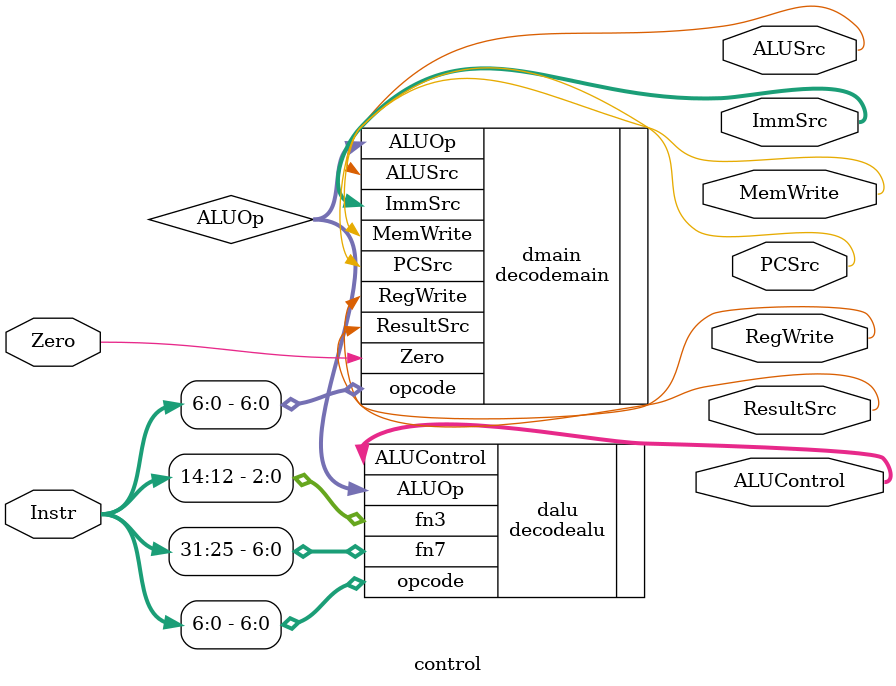
<source format=sv>
module control #(
    parameter A_WIDTH = 32
)(
    input logic Zero, //what does this do?
    input logic [A_WIDTH-1:0] Instr, //will need more than this later , for fn3 and 7

    output logic PCSrc, 
    output logic ResultSrc,
    output logic MemWrite,
    output logic [2:0] ALUControl,
    output logic ALUSrc,
    output logic [1:0] ImmSrc,  
    output logic RegWrite                
);

logic [1:0] ALUOp; 

decodemain dmain(
    .opcode(Instr[6:0]),
    .Zero(Zero),

    .PCSrc(PCSrc), 
    .ResultSrc(ResultSrc),
    .MemWrite(MemWrite),
    .ALUSrc(ALUSrc),
    .ImmSrc(ImmSrc),  
    .RegWrite(RegWrite),
    .ALUOp(ALUOp)
);

decodealu dalu(
    .opcode(Instr[6:0]),
    .ALUOp(ALUOp),
    .fn3(Instr[14:12]),
    .fn7(Instr[31:25]),
    .ALUControl(ALUControl)
);

endmodule

</source>
